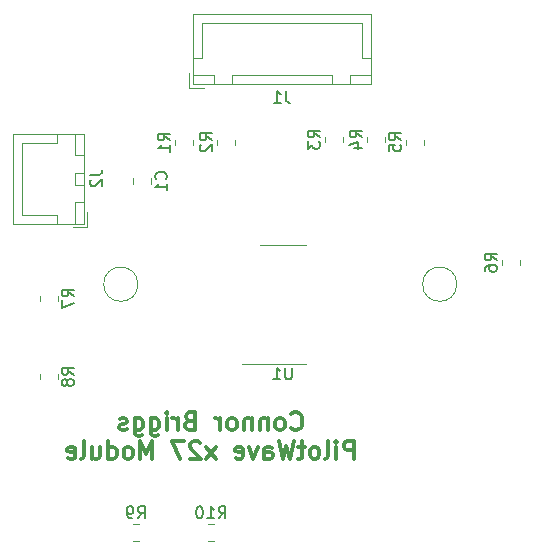
<source format=gbr>
%TF.GenerationSoftware,KiCad,Pcbnew,6.0.11+dfsg-1*%
%TF.CreationDate,2023-12-03T14:37:14-05:00*%
%TF.ProjectId,x27_controller,7832375f-636f-46e7-9472-6f6c6c65722e,rev?*%
%TF.SameCoordinates,Original*%
%TF.FileFunction,Legend,Bot*%
%TF.FilePolarity,Positive*%
%FSLAX46Y46*%
G04 Gerber Fmt 4.6, Leading zero omitted, Abs format (unit mm)*
G04 Created by KiCad (PCBNEW 6.0.11+dfsg-1) date 2023-12-03 14:37:14*
%MOMM*%
%LPD*%
G01*
G04 APERTURE LIST*
%ADD10C,0.300000*%
%ADD11C,0.150000*%
%ADD12C,0.120000*%
G04 APERTURE END LIST*
D10*
X125947428Y-87212214D02*
X126018857Y-87283642D01*
X126233142Y-87355071D01*
X126376000Y-87355071D01*
X126590285Y-87283642D01*
X126733142Y-87140785D01*
X126804571Y-86997928D01*
X126876000Y-86712214D01*
X126876000Y-86497928D01*
X126804571Y-86212214D01*
X126733142Y-86069357D01*
X126590285Y-85926500D01*
X126376000Y-85855071D01*
X126233142Y-85855071D01*
X126018857Y-85926500D01*
X125947428Y-85997928D01*
X125090285Y-87355071D02*
X125233142Y-87283642D01*
X125304571Y-87212214D01*
X125376000Y-87069357D01*
X125376000Y-86640785D01*
X125304571Y-86497928D01*
X125233142Y-86426500D01*
X125090285Y-86355071D01*
X124876000Y-86355071D01*
X124733142Y-86426500D01*
X124661714Y-86497928D01*
X124590285Y-86640785D01*
X124590285Y-87069357D01*
X124661714Y-87212214D01*
X124733142Y-87283642D01*
X124876000Y-87355071D01*
X125090285Y-87355071D01*
X123947428Y-86355071D02*
X123947428Y-87355071D01*
X123947428Y-86497928D02*
X123876000Y-86426500D01*
X123733142Y-86355071D01*
X123518857Y-86355071D01*
X123376000Y-86426500D01*
X123304571Y-86569357D01*
X123304571Y-87355071D01*
X122590285Y-86355071D02*
X122590285Y-87355071D01*
X122590285Y-86497928D02*
X122518857Y-86426500D01*
X122376000Y-86355071D01*
X122161714Y-86355071D01*
X122018857Y-86426500D01*
X121947428Y-86569357D01*
X121947428Y-87355071D01*
X121018857Y-87355071D02*
X121161714Y-87283642D01*
X121233142Y-87212214D01*
X121304571Y-87069357D01*
X121304571Y-86640785D01*
X121233142Y-86497928D01*
X121161714Y-86426500D01*
X121018857Y-86355071D01*
X120804571Y-86355071D01*
X120661714Y-86426500D01*
X120590285Y-86497928D01*
X120518857Y-86640785D01*
X120518857Y-87069357D01*
X120590285Y-87212214D01*
X120661714Y-87283642D01*
X120804571Y-87355071D01*
X121018857Y-87355071D01*
X119876000Y-87355071D02*
X119876000Y-86355071D01*
X119876000Y-86640785D02*
X119804571Y-86497928D01*
X119733142Y-86426500D01*
X119590285Y-86355071D01*
X119447428Y-86355071D01*
X117304571Y-86569357D02*
X117090285Y-86640785D01*
X117018857Y-86712214D01*
X116947428Y-86855071D01*
X116947428Y-87069357D01*
X117018857Y-87212214D01*
X117090285Y-87283642D01*
X117233142Y-87355071D01*
X117804571Y-87355071D01*
X117804571Y-85855071D01*
X117304571Y-85855071D01*
X117161714Y-85926500D01*
X117090285Y-85997928D01*
X117018857Y-86140785D01*
X117018857Y-86283642D01*
X117090285Y-86426500D01*
X117161714Y-86497928D01*
X117304571Y-86569357D01*
X117804571Y-86569357D01*
X116304571Y-87355071D02*
X116304571Y-86355071D01*
X116304571Y-86640785D02*
X116233142Y-86497928D01*
X116161714Y-86426500D01*
X116018857Y-86355071D01*
X115876000Y-86355071D01*
X115376000Y-87355071D02*
X115376000Y-86355071D01*
X115376000Y-85855071D02*
X115447428Y-85926500D01*
X115376000Y-85997928D01*
X115304571Y-85926500D01*
X115376000Y-85855071D01*
X115376000Y-85997928D01*
X114018857Y-86355071D02*
X114018857Y-87569357D01*
X114090285Y-87712214D01*
X114161714Y-87783642D01*
X114304571Y-87855071D01*
X114518857Y-87855071D01*
X114661714Y-87783642D01*
X114018857Y-87283642D02*
X114161714Y-87355071D01*
X114447428Y-87355071D01*
X114590285Y-87283642D01*
X114661714Y-87212214D01*
X114733142Y-87069357D01*
X114733142Y-86640785D01*
X114661714Y-86497928D01*
X114590285Y-86426500D01*
X114447428Y-86355071D01*
X114161714Y-86355071D01*
X114018857Y-86426500D01*
X112661714Y-86355071D02*
X112661714Y-87569357D01*
X112733142Y-87712214D01*
X112804571Y-87783642D01*
X112947428Y-87855071D01*
X113161714Y-87855071D01*
X113304571Y-87783642D01*
X112661714Y-87283642D02*
X112804571Y-87355071D01*
X113090285Y-87355071D01*
X113233142Y-87283642D01*
X113304571Y-87212214D01*
X113376000Y-87069357D01*
X113376000Y-86640785D01*
X113304571Y-86497928D01*
X113233142Y-86426500D01*
X113090285Y-86355071D01*
X112804571Y-86355071D01*
X112661714Y-86426500D01*
X112018857Y-87283642D02*
X111876000Y-87355071D01*
X111590285Y-87355071D01*
X111447428Y-87283642D01*
X111376000Y-87140785D01*
X111376000Y-87069357D01*
X111447428Y-86926500D01*
X111590285Y-86855071D01*
X111804571Y-86855071D01*
X111947428Y-86783642D01*
X112018857Y-86640785D01*
X112018857Y-86569357D01*
X111947428Y-86426500D01*
X111804571Y-86355071D01*
X111590285Y-86355071D01*
X111447428Y-86426500D01*
X131233142Y-89770071D02*
X131233142Y-88270071D01*
X130661714Y-88270071D01*
X130518857Y-88341500D01*
X130447428Y-88412928D01*
X130376000Y-88555785D01*
X130376000Y-88770071D01*
X130447428Y-88912928D01*
X130518857Y-88984357D01*
X130661714Y-89055785D01*
X131233142Y-89055785D01*
X129733142Y-89770071D02*
X129733142Y-88770071D01*
X129733142Y-88270071D02*
X129804571Y-88341500D01*
X129733142Y-88412928D01*
X129661714Y-88341500D01*
X129733142Y-88270071D01*
X129733142Y-88412928D01*
X128804571Y-89770071D02*
X128947428Y-89698642D01*
X129018857Y-89555785D01*
X129018857Y-88270071D01*
X128018857Y-89770071D02*
X128161714Y-89698642D01*
X128233142Y-89627214D01*
X128304571Y-89484357D01*
X128304571Y-89055785D01*
X128233142Y-88912928D01*
X128161714Y-88841500D01*
X128018857Y-88770071D01*
X127804571Y-88770071D01*
X127661714Y-88841500D01*
X127590285Y-88912928D01*
X127518857Y-89055785D01*
X127518857Y-89484357D01*
X127590285Y-89627214D01*
X127661714Y-89698642D01*
X127804571Y-89770071D01*
X128018857Y-89770071D01*
X127090285Y-88770071D02*
X126518857Y-88770071D01*
X126876000Y-88270071D02*
X126876000Y-89555785D01*
X126804571Y-89698642D01*
X126661714Y-89770071D01*
X126518857Y-89770071D01*
X126161714Y-88270071D02*
X125804571Y-89770071D01*
X125518857Y-88698642D01*
X125233142Y-89770071D01*
X124876000Y-88270071D01*
X123661714Y-89770071D02*
X123661714Y-88984357D01*
X123733142Y-88841500D01*
X123876000Y-88770071D01*
X124161714Y-88770071D01*
X124304571Y-88841500D01*
X123661714Y-89698642D02*
X123804571Y-89770071D01*
X124161714Y-89770071D01*
X124304571Y-89698642D01*
X124376000Y-89555785D01*
X124376000Y-89412928D01*
X124304571Y-89270071D01*
X124161714Y-89198642D01*
X123804571Y-89198642D01*
X123661714Y-89127214D01*
X123090285Y-88770071D02*
X122733142Y-89770071D01*
X122376000Y-88770071D01*
X121233142Y-89698642D02*
X121376000Y-89770071D01*
X121661714Y-89770071D01*
X121804571Y-89698642D01*
X121876000Y-89555785D01*
X121876000Y-88984357D01*
X121804571Y-88841500D01*
X121661714Y-88770071D01*
X121376000Y-88770071D01*
X121233142Y-88841500D01*
X121161714Y-88984357D01*
X121161714Y-89127214D01*
X121876000Y-89270071D01*
X119518857Y-89770071D02*
X118733142Y-88770071D01*
X119518857Y-88770071D02*
X118733142Y-89770071D01*
X118233142Y-88412928D02*
X118161714Y-88341500D01*
X118018857Y-88270071D01*
X117661714Y-88270071D01*
X117518857Y-88341500D01*
X117447428Y-88412928D01*
X117376000Y-88555785D01*
X117376000Y-88698642D01*
X117447428Y-88912928D01*
X118304571Y-89770071D01*
X117376000Y-89770071D01*
X116876000Y-88270071D02*
X115876000Y-88270071D01*
X116518857Y-89770071D01*
X114161714Y-89770071D02*
X114161714Y-88270071D01*
X113661714Y-89341500D01*
X113161714Y-88270071D01*
X113161714Y-89770071D01*
X112233142Y-89770071D02*
X112376000Y-89698642D01*
X112447428Y-89627214D01*
X112518857Y-89484357D01*
X112518857Y-89055785D01*
X112447428Y-88912928D01*
X112376000Y-88841500D01*
X112233142Y-88770071D01*
X112018857Y-88770071D01*
X111876000Y-88841500D01*
X111804571Y-88912928D01*
X111733142Y-89055785D01*
X111733142Y-89484357D01*
X111804571Y-89627214D01*
X111876000Y-89698642D01*
X112018857Y-89770071D01*
X112233142Y-89770071D01*
X110447428Y-89770071D02*
X110447428Y-88270071D01*
X110447428Y-89698642D02*
X110590285Y-89770071D01*
X110876000Y-89770071D01*
X111018857Y-89698642D01*
X111090285Y-89627214D01*
X111161714Y-89484357D01*
X111161714Y-89055785D01*
X111090285Y-88912928D01*
X111018857Y-88841500D01*
X110876000Y-88770071D01*
X110590285Y-88770071D01*
X110447428Y-88841500D01*
X109090285Y-88770071D02*
X109090285Y-89770071D01*
X109733142Y-88770071D02*
X109733142Y-89555785D01*
X109661714Y-89698642D01*
X109518857Y-89770071D01*
X109304571Y-89770071D01*
X109161714Y-89698642D01*
X109090285Y-89627214D01*
X108161714Y-89770071D02*
X108304571Y-89698642D01*
X108376000Y-89555785D01*
X108376000Y-88270071D01*
X107018857Y-89698642D02*
X107161714Y-89770071D01*
X107447428Y-89770071D01*
X107590285Y-89698642D01*
X107661714Y-89555785D01*
X107661714Y-88984357D01*
X107590285Y-88841500D01*
X107447428Y-88770071D01*
X107161714Y-88770071D01*
X107018857Y-88841500D01*
X106947428Y-88984357D01*
X106947428Y-89127214D01*
X107661714Y-89270071D01*
D11*
%TO.C,C1*%
X115321142Y-66105833D02*
X115368761Y-66058214D01*
X115416380Y-65915357D01*
X115416380Y-65820119D01*
X115368761Y-65677261D01*
X115273523Y-65582023D01*
X115178285Y-65534404D01*
X114987809Y-65486785D01*
X114844952Y-65486785D01*
X114654476Y-65534404D01*
X114559238Y-65582023D01*
X114464000Y-65677261D01*
X114416380Y-65820119D01*
X114416380Y-65915357D01*
X114464000Y-66058214D01*
X114511619Y-66105833D01*
X115416380Y-67058214D02*
X115416380Y-66486785D01*
X115416380Y-66772500D02*
X114416380Y-66772500D01*
X114559238Y-66677261D01*
X114654476Y-66582023D01*
X114702095Y-66486785D01*
%TO.C,J1*%
X125475333Y-58628380D02*
X125475333Y-59342666D01*
X125522952Y-59485523D01*
X125618190Y-59580761D01*
X125761047Y-59628380D01*
X125856285Y-59628380D01*
X124475333Y-59628380D02*
X125046761Y-59628380D01*
X124761047Y-59628380D02*
X124761047Y-58628380D01*
X124856285Y-58771238D01*
X124951523Y-58866476D01*
X125046761Y-58914095D01*
%TO.C,J2*%
X108920380Y-65726666D02*
X109634666Y-65726666D01*
X109777523Y-65679047D01*
X109872761Y-65583809D01*
X109920380Y-65440952D01*
X109920380Y-65345714D01*
X109015619Y-66155238D02*
X108968000Y-66202857D01*
X108920380Y-66298095D01*
X108920380Y-66536190D01*
X108968000Y-66631428D01*
X109015619Y-66679047D01*
X109110857Y-66726666D01*
X109206095Y-66726666D01*
X109348952Y-66679047D01*
X109920380Y-66107619D01*
X109920380Y-66726666D01*
%TO.C,R1*%
X115642380Y-62825333D02*
X115166190Y-62492000D01*
X115642380Y-62253904D02*
X114642380Y-62253904D01*
X114642380Y-62634857D01*
X114690000Y-62730095D01*
X114737619Y-62777714D01*
X114832857Y-62825333D01*
X114975714Y-62825333D01*
X115070952Y-62777714D01*
X115118571Y-62730095D01*
X115166190Y-62634857D01*
X115166190Y-62253904D01*
X115642380Y-63777714D02*
X115642380Y-63206285D01*
X115642380Y-63492000D02*
X114642380Y-63492000D01*
X114785238Y-63396761D01*
X114880476Y-63301523D01*
X114928095Y-63206285D01*
%TO.C,R2*%
X119198380Y-62809333D02*
X118722190Y-62476000D01*
X119198380Y-62237904D02*
X118198380Y-62237904D01*
X118198380Y-62618857D01*
X118246000Y-62714095D01*
X118293619Y-62761714D01*
X118388857Y-62809333D01*
X118531714Y-62809333D01*
X118626952Y-62761714D01*
X118674571Y-62714095D01*
X118722190Y-62618857D01*
X118722190Y-62237904D01*
X118293619Y-63190285D02*
X118246000Y-63237904D01*
X118198380Y-63333142D01*
X118198380Y-63571238D01*
X118246000Y-63666476D01*
X118293619Y-63714095D01*
X118388857Y-63761714D01*
X118484095Y-63761714D01*
X118626952Y-63714095D01*
X119198380Y-63142666D01*
X119198380Y-63761714D01*
%TO.C,R3*%
X128342380Y-62571333D02*
X127866190Y-62238000D01*
X128342380Y-61999904D02*
X127342380Y-61999904D01*
X127342380Y-62380857D01*
X127390000Y-62476095D01*
X127437619Y-62523714D01*
X127532857Y-62571333D01*
X127675714Y-62571333D01*
X127770952Y-62523714D01*
X127818571Y-62476095D01*
X127866190Y-62380857D01*
X127866190Y-61999904D01*
X127342380Y-62904666D02*
X127342380Y-63523714D01*
X127723333Y-63190380D01*
X127723333Y-63333238D01*
X127770952Y-63428476D01*
X127818571Y-63476095D01*
X127913809Y-63523714D01*
X128151904Y-63523714D01*
X128247142Y-63476095D01*
X128294761Y-63428476D01*
X128342380Y-63333238D01*
X128342380Y-63047523D01*
X128294761Y-62952285D01*
X128247142Y-62904666D01*
%TO.C,R4*%
X131898380Y-62571333D02*
X131422190Y-62238000D01*
X131898380Y-61999904D02*
X130898380Y-61999904D01*
X130898380Y-62380857D01*
X130946000Y-62476095D01*
X130993619Y-62523714D01*
X131088857Y-62571333D01*
X131231714Y-62571333D01*
X131326952Y-62523714D01*
X131374571Y-62476095D01*
X131422190Y-62380857D01*
X131422190Y-61999904D01*
X131231714Y-63428476D02*
X131898380Y-63428476D01*
X130850761Y-63190380D02*
X131565047Y-62952285D01*
X131565047Y-63571333D01*
%TO.C,R5*%
X135200380Y-62809333D02*
X134724190Y-62476000D01*
X135200380Y-62237904D02*
X134200380Y-62237904D01*
X134200380Y-62618857D01*
X134248000Y-62714095D01*
X134295619Y-62761714D01*
X134390857Y-62809333D01*
X134533714Y-62809333D01*
X134628952Y-62761714D01*
X134676571Y-62714095D01*
X134724190Y-62618857D01*
X134724190Y-62237904D01*
X134200380Y-63714095D02*
X134200380Y-63237904D01*
X134676571Y-63190285D01*
X134628952Y-63237904D01*
X134581333Y-63333142D01*
X134581333Y-63571238D01*
X134628952Y-63666476D01*
X134676571Y-63714095D01*
X134771809Y-63761714D01*
X135009904Y-63761714D01*
X135105142Y-63714095D01*
X135152761Y-63666476D01*
X135200380Y-63571238D01*
X135200380Y-63333142D01*
X135152761Y-63237904D01*
X135105142Y-63190285D01*
%TO.C,R6*%
X143328380Y-72985333D02*
X142852190Y-72652000D01*
X143328380Y-72413904D02*
X142328380Y-72413904D01*
X142328380Y-72794857D01*
X142376000Y-72890095D01*
X142423619Y-72937714D01*
X142518857Y-72985333D01*
X142661714Y-72985333D01*
X142756952Y-72937714D01*
X142804571Y-72890095D01*
X142852190Y-72794857D01*
X142852190Y-72413904D01*
X142328380Y-73842476D02*
X142328380Y-73652000D01*
X142376000Y-73556761D01*
X142423619Y-73509142D01*
X142566476Y-73413904D01*
X142756952Y-73366285D01*
X143137904Y-73366285D01*
X143233142Y-73413904D01*
X143280761Y-73461523D01*
X143328380Y-73556761D01*
X143328380Y-73747238D01*
X143280761Y-73842476D01*
X143233142Y-73890095D01*
X143137904Y-73937714D01*
X142899809Y-73937714D01*
X142804571Y-73890095D01*
X142756952Y-73842476D01*
X142709333Y-73747238D01*
X142709333Y-73556761D01*
X142756952Y-73461523D01*
X142804571Y-73413904D01*
X142899809Y-73366285D01*
%TO.C,R7*%
X107512380Y-76033333D02*
X107036190Y-75700000D01*
X107512380Y-75461904D02*
X106512380Y-75461904D01*
X106512380Y-75842857D01*
X106560000Y-75938095D01*
X106607619Y-75985714D01*
X106702857Y-76033333D01*
X106845714Y-76033333D01*
X106940952Y-75985714D01*
X106988571Y-75938095D01*
X107036190Y-75842857D01*
X107036190Y-75461904D01*
X106512380Y-76366666D02*
X106512380Y-77033333D01*
X107512380Y-76604761D01*
%TO.C,R8*%
X107512380Y-82653333D02*
X107036190Y-82320000D01*
X107512380Y-82081904D02*
X106512380Y-82081904D01*
X106512380Y-82462857D01*
X106560000Y-82558095D01*
X106607619Y-82605714D01*
X106702857Y-82653333D01*
X106845714Y-82653333D01*
X106940952Y-82605714D01*
X106988571Y-82558095D01*
X107036190Y-82462857D01*
X107036190Y-82081904D01*
X106940952Y-83224761D02*
X106893333Y-83129523D01*
X106845714Y-83081904D01*
X106750476Y-83034285D01*
X106702857Y-83034285D01*
X106607619Y-83081904D01*
X106560000Y-83129523D01*
X106512380Y-83224761D01*
X106512380Y-83415238D01*
X106560000Y-83510476D01*
X106607619Y-83558095D01*
X106702857Y-83605714D01*
X106750476Y-83605714D01*
X106845714Y-83558095D01*
X106893333Y-83510476D01*
X106940952Y-83415238D01*
X106940952Y-83224761D01*
X106988571Y-83129523D01*
X107036190Y-83081904D01*
X107131428Y-83034285D01*
X107321904Y-83034285D01*
X107417142Y-83081904D01*
X107464761Y-83129523D01*
X107512380Y-83224761D01*
X107512380Y-83415238D01*
X107464761Y-83510476D01*
X107417142Y-83558095D01*
X107321904Y-83605714D01*
X107131428Y-83605714D01*
X107036190Y-83558095D01*
X106988571Y-83510476D01*
X106940952Y-83415238D01*
%TO.C,R9*%
X112942666Y-94814380D02*
X113276000Y-94338190D01*
X113514095Y-94814380D02*
X113514095Y-93814380D01*
X113133142Y-93814380D01*
X113037904Y-93862000D01*
X112990285Y-93909619D01*
X112942666Y-94004857D01*
X112942666Y-94147714D01*
X112990285Y-94242952D01*
X113037904Y-94290571D01*
X113133142Y-94338190D01*
X113514095Y-94338190D01*
X112466476Y-94814380D02*
X112276000Y-94814380D01*
X112180761Y-94766761D01*
X112133142Y-94719142D01*
X112037904Y-94576285D01*
X111990285Y-94385809D01*
X111990285Y-94004857D01*
X112037904Y-93909619D01*
X112085523Y-93862000D01*
X112180761Y-93814380D01*
X112371238Y-93814380D01*
X112466476Y-93862000D01*
X112514095Y-93909619D01*
X112561714Y-94004857D01*
X112561714Y-94242952D01*
X112514095Y-94338190D01*
X112466476Y-94385809D01*
X112371238Y-94433428D01*
X112180761Y-94433428D01*
X112085523Y-94385809D01*
X112037904Y-94338190D01*
X111990285Y-94242952D01*
%TO.C,R10*%
X119784857Y-94814380D02*
X120118190Y-94338190D01*
X120356285Y-94814380D02*
X120356285Y-93814380D01*
X119975333Y-93814380D01*
X119880095Y-93862000D01*
X119832476Y-93909619D01*
X119784857Y-94004857D01*
X119784857Y-94147714D01*
X119832476Y-94242952D01*
X119880095Y-94290571D01*
X119975333Y-94338190D01*
X120356285Y-94338190D01*
X118832476Y-94814380D02*
X119403904Y-94814380D01*
X119118190Y-94814380D02*
X119118190Y-93814380D01*
X119213428Y-93957238D01*
X119308666Y-94052476D01*
X119403904Y-94100095D01*
X118213428Y-93814380D02*
X118118190Y-93814380D01*
X118022952Y-93862000D01*
X117975333Y-93909619D01*
X117927714Y-94004857D01*
X117880095Y-94195333D01*
X117880095Y-94433428D01*
X117927714Y-94623904D01*
X117975333Y-94719142D01*
X118022952Y-94766761D01*
X118118190Y-94814380D01*
X118213428Y-94814380D01*
X118308666Y-94766761D01*
X118356285Y-94719142D01*
X118403904Y-94623904D01*
X118451523Y-94433428D01*
X118451523Y-94195333D01*
X118403904Y-94004857D01*
X118356285Y-93909619D01*
X118308666Y-93862000D01*
X118213428Y-93814380D01*
%TO.C,U1*%
X125983904Y-82060380D02*
X125983904Y-82869904D01*
X125936285Y-82965142D01*
X125888666Y-83012761D01*
X125793428Y-83060380D01*
X125602952Y-83060380D01*
X125507714Y-83012761D01*
X125460095Y-82965142D01*
X125412476Y-82869904D01*
X125412476Y-82060380D01*
X124412476Y-83060380D02*
X124983904Y-83060380D01*
X124698190Y-83060380D02*
X124698190Y-82060380D01*
X124793428Y-82203238D01*
X124888666Y-82298476D01*
X124983904Y-82346095D01*
D12*
%TO.C,M1*%
X139950000Y-75000000D02*
G75*
G03*
X139950000Y-75000000I-1450000J0D01*
G01*
X112950000Y-75000000D02*
G75*
G03*
X112950000Y-75000000I-1450000J0D01*
G01*
%TO.C,C1*%
X112549000Y-66533752D02*
X112549000Y-66011248D01*
X114019000Y-66533752D02*
X114019000Y-66011248D01*
%TO.C,J1*%
X132692000Y-58076000D02*
X130892000Y-58076000D01*
X130892000Y-58076000D02*
X130892000Y-57326000D01*
X118342000Y-52876000D02*
X125142000Y-52876000D01*
X119392000Y-57326000D02*
X119392000Y-58076000D01*
X132692000Y-55826000D02*
X131942000Y-55826000D01*
X129392000Y-57326000D02*
X129392000Y-58076000D01*
X117292000Y-58376000D02*
X117292000Y-57126000D01*
X117592000Y-58076000D02*
X117592000Y-57326000D01*
X132702000Y-58086000D02*
X117582000Y-58086000D01*
X131942000Y-55826000D02*
X131942000Y-52876000D01*
X118342000Y-55826000D02*
X118342000Y-52876000D01*
X132692000Y-57326000D02*
X132692000Y-58076000D01*
X117582000Y-58086000D02*
X117582000Y-52116000D01*
X129392000Y-58076000D02*
X120892000Y-58076000D01*
X120892000Y-57326000D02*
X129392000Y-57326000D01*
X117582000Y-52116000D02*
X132702000Y-52116000D01*
X131942000Y-52876000D02*
X125142000Y-52876000D01*
X132702000Y-52116000D02*
X132702000Y-58086000D01*
X120892000Y-58076000D02*
X120892000Y-57326000D01*
X118542000Y-58376000D02*
X117292000Y-58376000D01*
X130892000Y-57326000D02*
X132692000Y-57326000D01*
X117592000Y-57326000D02*
X119392000Y-57326000D01*
X119392000Y-58076000D02*
X117592000Y-58076000D01*
X117592000Y-55826000D02*
X118342000Y-55826000D01*
%TO.C,J2*%
X108368000Y-69860000D02*
X107618000Y-69860000D01*
X108368000Y-65560000D02*
X108368000Y-66560000D01*
X107618000Y-69860000D02*
X107618000Y-68060000D01*
X106118000Y-62260000D02*
X106118000Y-63010000D01*
X108378000Y-62250000D02*
X108378000Y-69870000D01*
X107618000Y-68060000D02*
X108368000Y-68060000D01*
X106118000Y-63010000D02*
X103168000Y-63010000D01*
X102408000Y-69870000D02*
X102408000Y-62250000D01*
X103168000Y-63010000D02*
X103168000Y-66060000D01*
X108378000Y-69870000D02*
X102408000Y-69870000D01*
X108368000Y-66560000D02*
X107618000Y-66560000D01*
X107618000Y-66560000D02*
X107618000Y-65560000D01*
X108368000Y-64060000D02*
X107618000Y-64060000D01*
X106118000Y-69860000D02*
X106118000Y-69110000D01*
X102408000Y-62250000D02*
X108378000Y-62250000D01*
X106118000Y-69110000D02*
X103168000Y-69110000D01*
X103168000Y-69110000D02*
X103168000Y-66060000D01*
X107618000Y-64060000D02*
X107618000Y-62260000D01*
X107618000Y-65560000D02*
X108368000Y-65560000D01*
X107618000Y-62260000D02*
X108368000Y-62260000D01*
X108668000Y-68910000D02*
X108668000Y-70160000D01*
X108668000Y-70160000D02*
X107418000Y-70160000D01*
X108368000Y-68060000D02*
X108368000Y-69860000D01*
X108368000Y-62260000D02*
X108368000Y-64060000D01*
%TO.C,R1*%
X117575000Y-62764936D02*
X117575000Y-63219064D01*
X116105000Y-62764936D02*
X116105000Y-63219064D01*
%TO.C,R2*%
X119661000Y-62748936D02*
X119661000Y-63203064D01*
X121131000Y-62748936D02*
X121131000Y-63203064D01*
%TO.C,R3*%
X130275000Y-62510936D02*
X130275000Y-62965064D01*
X128805000Y-62510936D02*
X128805000Y-62965064D01*
%TO.C,R4*%
X133831000Y-62510936D02*
X133831000Y-62965064D01*
X132361000Y-62510936D02*
X132361000Y-62965064D01*
%TO.C,R5*%
X137133000Y-62748936D02*
X137133000Y-63203064D01*
X135663000Y-62748936D02*
X135663000Y-63203064D01*
%TO.C,R6*%
X145261000Y-72924936D02*
X145261000Y-73379064D01*
X143791000Y-72924936D02*
X143791000Y-73379064D01*
%TO.C,R7*%
X104675000Y-76427064D02*
X104675000Y-75972936D01*
X106145000Y-76427064D02*
X106145000Y-75972936D01*
%TO.C,R8*%
X104675000Y-83047064D02*
X104675000Y-82592936D01*
X106145000Y-83047064D02*
X106145000Y-82592936D01*
%TO.C,R9*%
X113003064Y-96747000D02*
X112548936Y-96747000D01*
X113003064Y-95277000D02*
X112548936Y-95277000D01*
%TO.C,R10*%
X119369064Y-95277000D02*
X118914936Y-95277000D01*
X119369064Y-96747000D02*
X118914936Y-96747000D01*
%TO.C,U1*%
X125222000Y-71648000D02*
X127172000Y-71648000D01*
X125222000Y-71648000D02*
X123272000Y-71648000D01*
X125222000Y-81768000D02*
X127172000Y-81768000D01*
X125222000Y-81768000D02*
X121772000Y-81768000D01*
%TD*%
M02*

</source>
